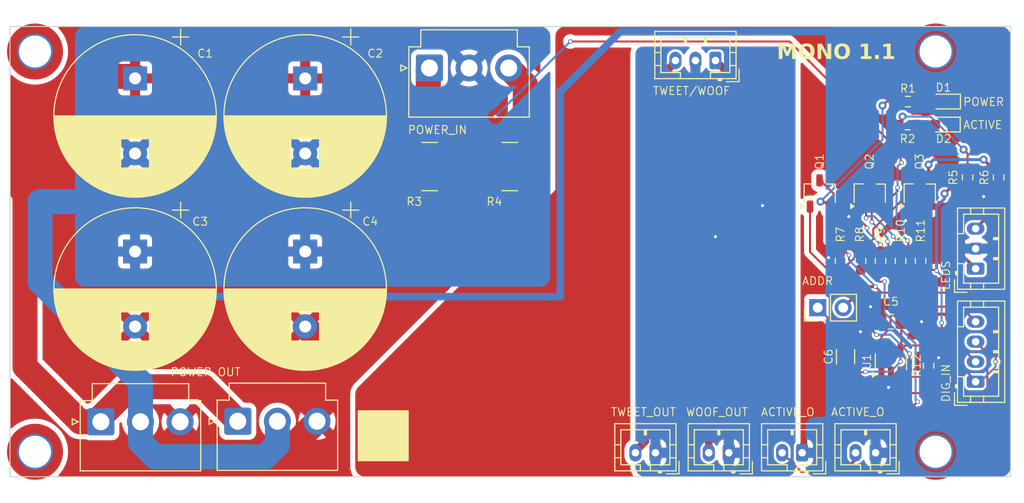
<source format=kicad_pcb>
(kicad_pcb (version 20240108) (generator "pcbnew") (generator_version "8.0")
  (layers (0 "F.Cu" signal) (31 "B.Cu" signal) (34 "B.Paste" user) (35 "F.Paste" user) (36 "B.SilkS" user "B.Silkscreen") (37 "F.SilkS" user "F.Silkscreen") (38 "B.Mask" user) (39 "F.Mask" user) (44 "Edge.Cuts" user))
  (net 0 "")
  (net 1 "VM")
  (net 2 "VP")
  (net 3 "PGND")
  (net 4 "POS")
  (net 5 "NEG")
  (net 6 "3V3")
  (net 7 "SCL")
  (net 8 "SDA")
  (net 9 "TWEETER")
  (net 10 "WOOFER")
  (net 11 "ACTIVE_IN")
  (net 12 "ACTIVE_OUT")
  (net 13 "AGND")
  (net 14 "Net-(Q1-B)")
  (net 15 "Net-(Q1-C)")
  (net 16 "Net-(Q2-B)")
  (net 17 "Net-(Q3-B)")
  (net 18 "ACTIVE_NEG")
  (net 19 "Net-(D1-A)")
  (net 20 "LED_ACTIVE")
  (net 21 "LED_STANDBY")
  (net 22 "Net-(D2-A)")
  (net 23 "Net-(J4-Pin_1)")
  (footprint "Capacitor_THT:CP_Radial_D16.0mm_P7.50mm" (layer "F.Cu") (at 98.4 95.987246 -90)
    (property "Reference" "C3" (at -2.987246 -6.5 0) (layer "F.SilkS") (effects (font (size 0.8 0.8) (thickness 0.1))))
    (property "Value" "2200u 50V")
    (pad "1" thru_hole rect (at 0 0 270) (size 2.4 2.4) (drill 1.2) (layers "*.Cu" "*.Mask") (net 3 "PGND"))
    (pad "2" thru_hole circle (at 7.5 0 270) (size 2.4 2.4) (drill 1.2) (layers "*.Cu" "*.Mask") (net 5 "NEG"))
  )
  (footprint "Connector_JST:JST_PH_B2B-PH-K_1x02_P2.00mm_Vertical" (layer "F.Cu") (at 150.4 116.1 180)
    (property "Reference" "J8" (hide yes))
    (property "Value" "Conn_01x02_Pin")
    (pad "1" thru_hole roundrect (at 0 0 180) (size 1.2 1.75) (drill 0.75) (layers "*.Cu" "*.Mask") (roundrect_rratio 0.208333) (net 13 "AGND"))
    (pad "2" thru_hole oval (at 2 0 180) (size 1.2 1.75) (drill 0.75) (layers "*.Cu" "*.Mask") (net 9 "TWEETER"))
  )
  (footprint "Capacitor_THT:CP_Radial_D16.0mm_P7.50mm" (layer "F.Cu") (at 98.4 78.687246 -90)
    (property "Reference" "C1" (at -2.487246 -7 0) (layer "F.SilkS") (effects (font (size 0.8 0.8) (thickness 0.1))))
    (property "Value" "2200u 50V")
    (pad "1" thru_hole rect (at 0 0 270) (size 2.4 2.4) (drill 1.2) (layers "*.Cu" "*.Mask") (net 4 "POS"))
    (pad "2" thru_hole circle (at 7.5 0 270) (size 2.4 2.4) (drill 1.2) (layers "*.Cu" "*.Mask") (net 3 "PGND"))
  )
  (footprint "Resistor_SMD:R_0603_1608Metric_Pad0.98x0.95mm_HandSolder" (layer "F.Cu") (at 174.9 96.9125 90)
    (property "Reference" "R10" (at 3 0 90) (layer "F.SilkS") (effects (font (size 0.8 0.8) (thickness 0.1))))
    (property "Value" "50K")
    (pad "1" smd roundrect (at -0.9125 0 90) (size 0.975 0.95) (layers "F.Cu" "F.Paste" "F.Mask") (net 5 "NEG"))
    (pad "2" smd roundrect (at 0.9125 0 90) (size 0.975 0.95) (layers "F.Cu" "F.Paste" "F.Mask") (net 16 "Net-(Q2-B)"))
  )
  (footprint "MountingHole:MountingHole_3.2mm_M3_DIN965_Pad_TopOnly" (layer "F.Cu") (at 88.4 76 90)
    (property "Reference" "H1" (hide yes))
    (property "Value" "MountingHole")
    (pad "1" thru_hole circle (at 0 0 90) (size 3.6 3.6) (drill 3.2) (layers "*.Cu" "*.Mask"))
    (pad "1" connect circle (at 0 0 90) (size 5.6 5.6) (layers "F.Cu" "F.Mask"))
  )
  (footprint "MountingHole:MountingHole_3.2mm_M3_DIN965_Pad_TopOnly" (layer "F.Cu") (at 88.4 116 90)
    (property "Reference" "H3" (hide yes))
    (property "Value" "MountingHole")
    (pad "1" thru_hole circle (at 0 0 90) (size 3.6 3.6) (drill 3.2) (layers "*.Cu" "*.Mask"))
    (pad "1" connect circle (at 0 0 90) (size 5.6 5.6) (layers "F.Cu" "F.Mask"))
  )
  (footprint "MountingHole:MountingHole_3.2mm_M3_DIN965_Pad_TopOnly" (layer "F.Cu") (at 178.4 76 90)
    (property "Reference" "H2" (hide yes))
    (property "Value" "MountingHole")
    (pad "1" thru_hole circle (at 0 0 90) (size 3.6 3.6) (drill 3.2) (layers "*.Cu" "*.Mask"))
    (pad "1" connect circle (at 0 0 90) (size 5.6 5.6) (layers "F.Cu" "F.Mask"))
  )
  (footprint "Connector_JST:JST_VH_B3P-VH-B_1x03_P3.96mm_Vertical" (layer "F.Cu") (at 108.6625 112.95)
    (property "Reference" "J6" (hide yes))
    (property "Value" "Conn_01x03_Male")
    (pad "1" thru_hole roundrect (at 0 0) (size 2.7 2.7) (drill 1.7) (layers "*.Cu" "*.Mask") (roundrect_rratio 0.092593) (net 4 "POS"))
    (pad "2" thru_hole circle (at 3.96 0) (size 2.7 2.7) (drill 1.7) (layers "*.Cu" "*.Mask") (net 3 "PGND"))
    (pad "3" thru_hole circle (at 7.92 0) (size 2.7 2.7) (drill 1.7) (layers "*.Cu" "*.Mask") (net 5 "NEG"))
  )
  (footprint "Connector_JST:JST_VH_B3P-VH-B_1x03_P3.96mm_Vertical" (layer "F.Cu") (at 94.98 113)
    (property "Reference" "J7" (hide yes))
    (property "Value" "Conn_01x03_Male")
    (pad "1" thru_hole roundrect (at 0 0) (size 2.7 2.7) (drill 1.7) (layers "*.Cu" "*.Mask") (roundrect_rratio 0.092593) (net 4 "POS"))
    (pad "2" thru_hole circle (at 3.96 0) (size 2.7 2.7) (drill 1.7) (layers "*.Cu" "*.Mask") (net 3 "PGND"))
    (pad "3" thru_hole circle (at 7.92 0) (size 2.7 2.7) (drill 1.7) (layers "*.Cu" "*.Mask") (net 5 "NEG"))
  )
  (footprint "Package_TO_SOT_SMD:TSOT-23" (layer "F.Cu") (at 166.8 90.19 90)
    (property "Reference" "Q1" (at 3.19 0 90) (layer "F.SilkS") (effects (font (size 0.8 0.8) (thickness 0.1))))
    (property "Value" "BC807")
    (pad "1" smd roundrect (at -1.31 -0.95 90) (size 1.22 0.65) (layers "F.Cu" "F.Paste" "F.Mask") (net 14 "Net-(Q1-B)"))
    (pad "2" smd roundrect (at -1.31 0.95 90) (size 1.22 0.65) (layers "F.Cu" "F.Paste" "F.Mask") (net 6 "3V3"))
    (pad "3" smd roundrect (at 1.31 0 90) (size 1.22 0.65) (layers "F.Cu" "F.Paste" "F.Mask") (net 15 "Net-(Q1-C)"))
  )
  (footprint "Connector_JST:JST_PH_B2B-PH-K_1x02_P2.00mm_Vertical" (layer "F.Cu") (at 157.733333 116.1 180)
    (property "Reference" "J9" (hide yes))
    (property "Value" "Conn_01x02_Pin")
    (pad "1" thru_hole roundrect (at 0 0 180) (size 1.2 1.75) (drill 0.75) (layers "*.Cu" "*.Mask") (roundrect_rratio 0.208333) (net 13 "AGND"))
    (pad "2" thru_hole oval (at 2 0 180) (size 1.2 1.75) (drill 0.75) (layers "*.Cu" "*.Mask") (net 10 "WOOFER"))
  )
  (footprint "Connector_JST:JST_PH_B2B-PH-K_1x02_P2.00mm_Vertical" (layer "F.Cu") (at 165.066666 116.1 180)
    (property "Reference" "J10" (hide yes))
    (property "Value" "Conn_01x02_Pin")
    (pad "1" thru_hole roundrect (at 0 0 180) (size 1.2 1.75) (drill 0.75) (layers "*.Cu" "*.Mask") (roundrect_rratio 0.208333) (net 3 "PGND"))
    (pad "2" thru_hole oval (at 2 0 180) (size 1.2 1.75) (drill 0.75) (layers "*.Cu" "*.Mask") (net 12 "ACTIVE_OUT"))
  )
  (footprint "Connector_JST:JST_PH_B3B-PH-K_1x03_P2.00mm_Vertical" (layer "F.Cu") (at 182.4 97.7 90)
    (property "Reference" "J3" (hide yes))
    (property "Value" "Conn_01x03_Pin")
    (pad "1" thru_hole roundrect (at 0 0 90) (size 1.2 1.75) (drill 0.75) (layers "*.Cu" "*.Mask") (roundrect_rratio 0.208333) (net 20 "LED_ACTIVE"))
    (pad "2" thru_hole oval (at 2 0 90) (size 1.2 1.75) (drill 0.75) (layers "*.Cu" "*.Mask") (net 3 "PGND"))
    (pad "3" thru_hole oval (at 4 0 90) (size 1.2 1.75) (drill 0.75) (layers "*.Cu" "*.Mask") (net 21 "LED_STANDBY"))
  )
  (footprint "Resistor_SMD:R_0603_1608Metric_Pad0.98x0.95mm_HandSolder" (layer "F.Cu") (at 170.9 96.9125 -90)
    (property "Reference" "R8" (at -2.619047 0.07 90) (layer "F.SilkS") (effects (font (size 0.8 0.8) (thickness 0.1))))
    (property "Value" "1K")
    (pad "1" smd roundrect (at -0.9125 0 270) (size 0.975 0.95) (layers "F.Cu" "F.Paste" "F.Mask") (net 18 "ACTIVE_NEG"))
    (pad "2" smd roundrect (at 0.9125 0 270) (size 0.975 0.95) (layers "F.Cu" "F.Paste" "F.Mask") (net 14 "Net-(Q1-B)"))
  )
  (footprint "Resistor_SMD:R_1218_3246Metric_Pad1.22x4.75mm_HandSolder" (layer "F.Cu") (at 127.8375 87.5 180)
    (property "Reference" "R3" (at 1.5375 -3.5 0) (layer "F.SilkS") (effects (font (size 0.8 0.8) (thickness 0.1))))
    (property "Value" "470m 3W")
    (pad "1" smd roundrect (at -1.5625 0 180) (size 1.225 4.75) (layers "F.Cu" "F.Paste" "F.Mask") (roundrect_rratio 0.204082) (net 2 "VP"))
    (pad "2" smd roundrect (at 1.5625 0 180) (size 1.225 4.75) (layers "F.Cu" "F.Paste" "F.Mask") (roundrect_rratio 0.204082) (net 4 "POS"))
  )
  (footprint "Connector_JST:JST_VH_B3P-VH-B_1x03_P3.96mm_Vertical" (layer "F.Cu") (at 127.8175 77.64375)
    (property "Reference" "J2" (hide yes))
    (property "Value" "Conn_01x03_Male")
    (pad "1" thru_hole roundrect (at 0 0) (size 2.7 2.7) (drill 1.7) (layers "*.Cu" "*.Mask") (roundrect_rratio 0.092593) (net 2 "VP"))
    (pad "2" thru_hole circle (at 3.96 0) (size 2.7 2.7) (drill 1.7) (layers "*.Cu" "*.Mask") (net 3 "PGND"))
    (pad "3" thru_hole circle (at 7.92 0) (size 2.7 2.7) (drill 1.7) (layers "*.Cu" "*.Mask") (net 1 "VM"))
  )
  (footprint "Capacitor_SMD:C_0805_2012Metric_Pad1.18x1.45mm_HandSolder" (layer "F.Cu") (at 173.9375 103 180)
    (property "Reference" "C5" (at 0 2 0) (layer "F.SilkS") (effects (font (size 0.8 0.8) (thickness 0.1))))
    (property "Value" "0.1u")
    (pad "1" smd roundrect (at -1.0375 0 180) (size 1.175 1.45) (layers "F.Cu" "F.Paste" "F.Mask") (roundrect_rratio 0.212766) (net 6 "3V3"))
    (pad "2" smd roundrect (at 1.0375 0 180) (size 1.175 1.45) (layers "F.Cu" "F.Paste" "F.Mask") (roundrect_rratio 0.212766) (net 3 "PGND"))
  )
  (footprint "Connector_PinHeader_2.54mm:PinHeader_1x02_P2.54mm_Vertical" (layer "F.Cu") (at 166.625 101.6 90)
    (property "Reference" "J4" (hide yes))
    (property "Value" "Conn_01x02_Pin")
    (pad "1" thru_hole rect (at 0 0 90) (size 1.7 1.7) (drill 1) (layers "*.Cu" "*.Mask") (net 23 "Net-(J4-Pin_1)"))
    (pad "2" thru_hole oval (at 0 2.54 90) (size 1.7 1.7) (drill 1) (layers "*.Cu" "*.Mask") (net 6 "3V3"))
  )
  (footprint "Package_TO_SOT_SMD:TSOT-23" (layer "F.Cu") (at 171.8 90.19 90)
    (property "Reference" "Q2" (at 3.19 0 90) (layer "F.SilkS") (effects (font (size 0.8 0.8) (thickness 0.1))))
    (property "Value" "BC817K-40")
    (pad "1" smd roundrect (at -1.31 -0.95 90) (size 1.22 0.65) (layers "F.Cu" "F.Paste" "F.Mask") (net 16 "Net-(Q2-B)"))
    (pad "2" smd roundrect (at -1.31 0.95 90) (size 1.22 0.65) (layers "F.Cu" "F.Paste" "F.Mask") (net 5 "NEG"))
    (pad "3" smd roundrect (at 1.31 0 90) (size 1.22 0.65) (layers "F.Cu" "F.Paste" "F.Mask") (net 12 "ACTIVE_OUT"))
  )
  (footprint "Capacitor_THT:CP_Radial_D16.0mm_P7.50mm" (layer "F.Cu") (at 115.4 95.987246 -90)
    (property "Reference" "C4" (at -3 -6.5 0) (layer "F.SilkS") (effects (font (size 0.8 0.8) (thickness 0.1))))
    (property "Value" "2200u 50V")
    (pad "1" thru_hole rect (at 0 0 270) (size 2.4 2.4) (drill 1.2) (layers "*.Cu" "*.Mask") (net 3 "PGND"))
    (pad "2" thru_hole circle (at 7.5 0 270) (size 2.4 2.4) (drill 1.2) (layers "*.Cu" "*.Mask") (net 5 "NEG"))
  )
  (footprint "Connector_JST:JST_PH_B3B-PH-K_1x03_P2.00mm_Vertical" (layer "F.Cu") (at 156.4 76.9 180)
    (property "Reference" "J1" (hide yes))
    (property "Value" "Conn_01x03_Pin")
    (pad "1" thru_hole roundrect (at 0 0 180) (size 1.2 1.75) (drill 0.75) (layers "*.Cu" "*.Mask") (roundrect_rratio 0.208333) (net 10 "WOOFER"))
    (pad "2" thru_hole oval (at 2 0 180) (size 1.2 1.75) (drill 0.75) (layers "*.Cu" "*.Mask") (net 13 "AGND"))
    (pad "3" thru_hole oval (at 4 0 180) (size 1.2 1.75) (drill 0.75) (layers "*.Cu" "*.Mask") (net 9 "TWEETER"))
  )
  (footprint "Connector_JST:JST_PH_B2B-PH-K_1x02_P2.00mm_Vertical" (layer "F.Cu") (at 172.4 116.1 180)
    (property "Reference" "J11" (hide yes))
    (property "Value" "Conn_01x02_Pin")
    (pad "1" thru_hole roundrect (at 0 0 180) (size 1.2 1.75) (drill 0.75) (layers "*.Cu" "*.Mask") (roundrect_rratio 0.208333) (net 3 "PGND"))
    (pad "2" thru_hole oval (at 2 0 180) (size 1.2 1.75) (drill 0.75) (layers "*.Cu" "*.Mask") (net 12 "ACTIVE_OUT"))
  )
  (footprint "LED_SMD:LED_0603_1608Metric_Pad1.05x0.95mm_HandSolder" (layer "F.Cu") (at 179.225 81 180)
    (property "Reference" "D1" (at 0.0375 1.4 0) (layer "F.SilkS") (effects (font (size 0.8 0.8) (thickness 0.1))))
    (property "Value" "BLUE")
    (pad "1" smd roundrect (at -0.875 0 180) (size 1.05 0.95) (layers "F.Cu" "F.Paste" "F.Mask") (net 3 "PGND"))
    (pad "2" smd roundrect (at 0.875 0 180) (size 1.05 0.95) (layers "F.Cu" "F.Paste" "F.Mask") (net 19 "Net-(D1-A)"))
  )
  (footprint "Resistor_SMD:R_1218_3246Metric_Pad1.22x4.75mm_HandSolder" (layer "F.Cu") (at 135.8375 87.5 180)
    (property "Reference" "R4" (at 1.5375 -3.5 0) (layer "F.SilkS") (effects (font (size 0.8 0.8) (thickness 0.1))))
    (property "Value" "470m 3W")
    (pad "1" smd roundrect (at -1.5625 0 180) (size 1.225 4.75) (layers "F.Cu" "F.Paste" "F.Mask") (roundrect_rratio 0.204082) (net 1 "VM"))
    (pad "2" smd roundrect (at 1.5625 0 180) (size 1.225 4.75) (layers "F.Cu" "F.Paste" "F.Mask") (roundrect_rratio 0.204082) (net 5 "NEG"))
  )
  (footprint "LED_SMD:LED_0603_1608Metric_Pad1.05x0.95mm_HandSolder" (layer "F.Cu") (at 179.2 83.3 180)
    (property "Reference" "D2" (at 0 -1.43 0) (layer "F.SilkS") (effects (font (size 0.8 0.8) (thickness 0.1))))
    (property "Value" "RED")
    (pad "1" smd roundrect (at -0.875 0 180) (size 1.05 0.95) (layers "F.Cu" "F.Paste" "F.Mask") (net 3 "PGND"))
    (pad "2" smd roundrect (at 0.875 0 180) (size 1.05 0.95) (layers "F.Cu" "F.Paste" "F.Mask") (net 22 "Net-(D2-A)"))
  )
  (footprint "Capacitor_THT:CP_Radial_D16.0mm_P7.50mm" (layer "F.Cu") (at 115.4 78.687246 -90)
    (property "Reference" "C2" (at -2.487246 -7 0) (layer "F.SilkS") (effects (font (size 0.8 0.8) (thickness 0.1))))
    (property "Value" "2200u 50V")
    (pad "1" thru_hole rect (at 0 0 270) (size 2.4 2.4) (drill 1.2) (layers "*.Cu" "*.Mask") (net 4 "POS"))
    (pad "2" thru_hole circle (at 7.5 0 270) (size 2.4 2.4) (drill 1.2) (layers "*.Cu" "*.Mask") (net 3 "PGND"))
  )
  (footprint "Resistor_SMD:R_0603_1608Metric_Pad0.98x0.95mm_HandSolder" (layer "F.Cu") (at 181.6 88.5875 90)
    (property "Reference" "R5" (at 0 -1.43 90) (layer "F.SilkS") (effects (font (size 0.8 0.8) (thickness 0.1))))
    (property "Value" "550R")
    (pad "1" smd roundrect (at -0.9125 0 90) (size 0.975 0.95) (layers "F.Cu" "F.Paste" "F.Mask") (net 20 "LED_ACTIVE"))
    (pad "2" smd roundrect (at 0.9125 0 90) (size 0.975 0.95) (layers "F.Cu" "F.Paste" "F.Mask") (net 11 "ACTIVE_IN"))
  )
  (footprint "Resistor_SMD:R_0603_1608Metric_Pad0.98x0.95mm_HandSolder" (layer "F.Cu") (at 172.9 96.9125 90)
    (property "Reference" "R9" (at 2.619047 0 90) (layer "F.SilkS") (effects (font (size 0.8 0.8) (thickness 0.1))))
    (property "Value" "100K")
    (pad "1" smd roundrect (at -0.9125 0 90) (size 0.975 0.95) (layers "F.Cu" "F.Paste" "F.Mask") (net 16 "Net-(Q2-B)"))
    (pad "2" smd roundrect (at 0.9125 0 90) (size 0.975 0.95) (layers "F.Cu" "F.Paste" "F.Mask") (net 15 "Net-(Q1-C)"))
  )
  (footprint "Resistor_SMD:R_0603_1608Metric_Pad0.98x0.95mm_HandSolder" (layer "F.Cu") (at 184.7 88.5875 90)
    (property "Reference" "R6" (at 0 -1.43 90) (layer "F.SilkS") (effects (font (size 0.8 0.8) (thickness 0.1))))
    (property "Value" "150R")
    (pad "1" smd roundrect (at -0.9125 0 90) (size 0.975 0.95) (layers "F.Cu" "F.Paste" "F.Mask") (net 21 "LED_STANDBY"))
    (pad "2" smd roundrect (at 0.9125 0 90) (size 0.975 0.95) (layers "F.Cu" "F.Paste" "F.Mask") (net 18 "ACTIVE_NEG"))
  )
  (footprint "Connector_JST:JST_PH_B4B-PH-K_1x04_P2.00mm_Vertical" (layer "F.Cu") (at 182.4 109 90)
    (property "Reference" "J5" (hide yes))
    (property "Value" "Conn_01x04_Pin")
    (pad "1" thru_hole roundrect (at 0 0 90) (size 1.2 1.75) (drill 0.75) (layers "*.Cu" "*.Mask") (roundrect_rratio 0.208333) (net 6 "3V3"))
    (pad "2" thru_hole oval (at 2 0 90) (size 1.2 1.75) (drill 0.75) (layers "*.Cu" "*.Mask") (net 11 "ACTIVE_IN"))
    (pad "3" thru_hole oval (at 4 0 90) (size 1.2 1.75) (drill 0.75) (layers "*.Cu" "*.Mask") (net 7 "SCL"))
    (pad "4" thru_hole oval (at 6 0 90) (size 1.2 1.75) (drill 0.75) (layers "*.Cu" "*.Mask") (net 8 "SDA"))
  )
  (footprint "Resistor_SMD:R_0603_1608Metric_Pad0.98x0.95mm_HandSolder" (layer "F.Cu") (at 175.6375 81 180)
    (property "Reference" "R1" (at 0 1.3 0) (layer "F.SilkS") (effects (font (size 0.8 0.8) (thickness 0.1))))
    (property "Value" "150R")
    (pad "1" smd roundrect (at -0.9125 0 180) (size 0.975 0.95) (layers "F.Cu" "F.Paste" "F.Mask") (net 19 "Net-(D1-A)"))
    (pad "2" smd roundrect (at 0.9125 0 180) (size 0.975 0.95) (layers "F.Cu" "F.Paste" "F.Mask") (net 6 "3V3"))
  )
  (footprint "Resistor_SMD:R_0603_1608Metric_Pad0.98x0.95mm_HandSolder" (layer "F.Cu") (at 176.9 96.9125 90)
    (property "Reference" "R11" (at 3 0 90) (layer "F.SilkS") (effects (font (size 0.8 0.8) (thickness 0.1))))
    (property "Value" "1K")
    (pad "1" smd roundrect (at -0.9125 0 90) (size 0.975 0.95) (layers "F.Cu" "F.Paste" "F.Mask") (net 11 "ACTIVE_IN"))
    (pad "2" smd roundrect (at 0.9125 0 90) (size 0.975 0.95) (layers "F.Cu" "F.Paste" "F.Mask") (net 17 "Net-(Q3-B)"))
  )
  (footprint "Resistor_SMD:R_0603_1608Metric_Pad0.98x0.95mm_HandSolder" (layer "F.Cu") (at 177.7 107.4 90)
    (property "Reference" "R12" (at 0 -1.2 90) (layer "F.SilkS") (effects (font (size 0.8 0.8) (thickness 0.1))))
    (property "Value" "4.7k")
    (pad "1" smd roundrect (at -0.9125 0 90) (size 0.975 0.95) (layers "F.Cu" "F.Paste" "F.Mask") (net 23 "Net-(J4-Pin_1)"))
    (pad "2" smd roundrect (at 0.9125 0 90) (size 0.975 0.95) (layers "F.Cu" "F.Paste" "F.Mask") (net 3 "PGND"))
  )
  (footprint "MountingHole:MountingHole_3.2mm_M3_DIN965_Pad_TopOnly" (layer "F.Cu") (at 178.4 116 90)
    (property "Reference" "H4" (hide yes))
    (property "Value" "MountingHole")
    (pad "1" thru_hole circle (at 0 0 90) (size 3.6 3.6) (drill 3.2) (layers "*.Cu" "*.Mask"))
    (pad "1" connect circle (at 0 0 90) (size 5.6 5.6) (layers "F.Cu" "F.Mask"))
  )
  (footprint "Package_TO_SOT_SMD:TSOT-23" (layer "F.Cu") (at 176.8 90.19 90)
    (property "Reference" "Q3" (at 3.19 0 90) (layer "F.SilkS") (effects (font (size 0.8 0.8) (thickness 0.1))))
    (property "Value" "BC817K-40")
    (pad "1" smd roundrect (at -1.31 -0.95 90) (size 1.22 0.65) (layers "F.Cu" "F.Paste" "F.Mask") (net 17 "Net-(Q3-B)"))
    (pad "2" smd roundrect (at -1.31 0.95 90) (size 1.22 0.65) (layers "F.Cu" "F.Paste" "F.Mask") (net 3 "PGND"))
    (pad "3" smd roundrect (at 1.31 0 90) (size 1.22 0.65) (layers "F.Cu" "F.Paste" "F.Mask") (net 18 "ACTIVE_NEG"))
  )
  (footprint "Resistor_SMD:R_0603_1608Metric_Pad0.98x0.95mm_HandSolder" (layer "F.Cu") (at 168.9 96.9125 90)
    (property "Reference" "R7" (at 2.619047 0 90) (layer "F.SilkS") (effects (font (size 0.8 0.8) (thickness 0.1))))
    (property "Value" "10k")
    (pad "1" smd roundrect (at -0.9125 0 90) (size 0.975 0.95) (layers "F.Cu" "F.Paste" "F.Mask") (net 18 "ACTIVE_NEG"))
    (pad "2" smd roundrect (at 0.9125 0 90) (size 0.975 0.95) (layers "F.Cu" "F.Paste" "F.Mask") (net 6 "3V3"))
  )
  (footprint "Capacitor_SMD:C_1206_3216Metric_Pad1.33x1.80mm_HandSolder" (layer "F.Cu") (at 169.4 106.5 90)
    (property "Reference" "C6" (at 0 -1.7 90) (layer "F.SilkS") (effects (font (size 0.8 0.8) (thickness 0.1))))
    (property "Value" "10u")
    (pad "1" smd roundrect (at -1.5625 0 90) (size 1.325 1.8) (layers "F.Cu" "F.Paste" "F.Mask") (roundrect_rratio 0.188679) (net 6 "3V3"))
    (pad "2" smd roundrect (at 1.5625 0 90) (size 1.325 1.8) (layers "F.Cu" "F.Paste" "F.Mask") (roundrect_rratio 0.188679) (net 3 "PGND"))
  )
  (footprint "Resistor_SMD:R_0603_1608Metric_Pad0.98x0.95mm_HandSolder" (layer "F.Cu") (at 175.6 83.3 180)
    (property "Reference" "R2" (at 0 -1.43 0) (layer "F.SilkS") (effects (font (size 0.8 0.8) (thickness 0.1))))
    (property "Value" "300R")
    (pad "1" smd roundrect (at -0.9125 0 180) (size 0.975 0.95) (layers "F.Cu" "F.Paste" "F.Mask") (net 22 "Net-(D2-A)"))
    (pad "2" smd roundrect (at 0.9125 0 180) (size 0.975 0.95) (layers "F.Cu" "F.Paste" "F.Mask") (net 11 "ACTIVE_IN"))
  )
  (footprint "Package_TO_SOT_SMD:SOT-23-6" (layer "F.Cu") (at 173.9375 107 90)
    (property "Reference" "U1" (at 0 -2.4 90) (layer "F.SilkS") (effects (font (size 0.8 0.8) (thickness 0.1))))
    (property "Value" "TMP100")
    (pad "1" smd roundrect (at -1.1375 -0.95 90) (size 1.325 0.6) (layers "F.Cu" "F.Paste" "F.Mask") (net 7 "SCL"))
    (pad "2" smd roundrect (at -1.1375 0 90) (size 1.325 0.6) (layers "F.Cu" "F.Paste" "F.Mask") (net 3 "PGND"))
    (pad "3" smd roundrect (at -1.1375 0.95 90) (size 1.325 0.6) (layers "F.Cu" "F.Paste" "F.Mask") (net 23 "Net-(J4-Pin_1)"))
    (pad "4" smd roundrect (at 1.1375 0.95 90) (size 1.325 0.6) (layers "F.Cu" "F.Paste" "F.Mask") (net 6 "3V3"))
    (pad "5" smd roundrect (at 1.1375 0 90) (size 1.325 0.6) (layers "F.Cu" "F.Paste" "F.Mask") (net 6 "3V3"))
    (pad "6" smd roundrect (at 1.1375 -0.95 90) (size 1.325 0.6) (layers "F.Cu" "F.Paste" "F.Mask") (net 8 "SDA"))
  )
  (gr_rect (start 120.7 111.9) (end 125.7 116.9) (stroke (width 0.1)) (fill solid) (layer "F.SilkS"))
  (gr_line (start 85.9 118.5) (end 85.9 73.5) (stroke (width 0.1)) (layer "Edge.Cuts"))
  (gr_line (start 85.9 73.5) (end 185.9 73.5) (stroke (width 0.1)) (layer "Edge.Cuts"))
  (gr_line (start 185.9 73.5) (end 185.9 118.5) (stroke (width 0.1)) (layer "Edge.Cuts"))
  (gr_line (start 185.9 118.5) (end 85.9 118.5) (stroke (width 0.1)) (layer "Edge.Cuts"))
  (gr_text "LEDS" (at 179.9 99.9 90) (layer "F.SilkS") (effects (font (size 0.8 0.8) (thickness 0.1)) (justify left bottom)))
  (gr_text "DIG_IN" (at 179.9 111.1 90) (layer "F.SilkS") (effects (font (size 0.8 0.8) (thickness 0.1)) (justify left bottom)))
  (gr_text "ACTIVE" (at 181.1 83.8 0) (layer "F.SilkS") (effects (font (size 0.8 0.8) (thickness 0.1)) (justify left bottom)))
  (gr_text "POWER" (at 181.1 81.5 0) (layer "F.SilkS") (effects (font (size 0.8 0.8) (thickness 0.1)) (justify left bottom)))
  (gr_text "WOOF_OUT" (at 153.4 112.5 0) (layer "F.SilkS") (effects (font (size 0.8 0.8) (thickness 0.1)) (justify left bottom)))
  (gr_text "ADDR" (at 165 99.4 0) (layer "F.SilkS") (effects (font (size 0.8 0.8) (thickness 0.1)) (justify left bottom)))
  (gr_text "ACTIVE_O" (at 160.9 112.5 0) (layer "F.SilkS") (effects (font (size 0.8 0.8) (thickness 0.1)) (justify left bottom)))
  (gr_text "POWER_OUT" (at 101.9 108.5 0) (layer "F.SilkS") (effects (font (size 0.8 0.8) (thickness 0.1)) (justify left bottom)))
  (gr_text "POWER_IN" (at 125.6 84.3 0) (layer "F.SilkS") (effects (font (size 0.8 0.8) (thickness 0.1)) (justify left bottom)))
  (gr_text "TWEET/WOOF" (at 150.1 80.4 0) (layer "F.SilkS") (effects (font (size 0.8 0.8) (thickness 0.1)) (justify left bottom)))
  (gr_text "MONO 1.1" (at 174.4 77 0) (layer "F.SilkS") (effects (font (size 1.5 1.5) (thickness 0.1) (bold yes)) (justify right bottom)))
  (gr_text "TWEET_OUT" (at 145.9 112.5 0) (layer "F.SilkS") (effects (font (size 0.8 0.8) (thickness 0.1)) (justify left bottom)))
  (gr_text "ACTIVE_O" (at 167.9 112.5 0) (layer "F.SilkS") (effects (font (size 0.8 0.8) (thickness 0.1)) (justify left bottom)))
  (segment (start 137.4 79.30625) (end 137.4 86.69375) (width 2.5) (layer "F.Cu") (net 1))
  (segment (start 135.7375 77.64375) (end 137.4 79.30625) (width 2.5) (layer "F.Cu") (net 1))
  (segment (start 127.8175 77.64375) (end 127.7 77.76125) (width 2.5) (layer "F.Cu") (net 2))
  (segment (start 129.4 83) (end 129.4 87.5) (width 2.5) (layer "F.Cu") (net 2))
  (segment (start 127.7 81.3) (end 129.4 83) (width 2.5) (layer "F.Cu") (net 2))
  (segment (start 127.7 77.76125) (end 127.7 81.3) (width 2.5) (layer "F.Cu") (net 2))
  (segment (start 172.9 102.5) (end 171.9 101.5) (width 0.2) (layer "F.Cu") (net 3))
  (segment (start 173.9375 109.328851) (end 173.70049 109.565861) (width 0.2) (layer "F.Cu") (net 3))
  (segment (start 177.7 106.4875) (end 178.5875 106.4875) (width 0.3) (layer "F.Cu") (net 3))
  (segment (start 173.9375 108.1375) (end 173.9375 109.328851) (width 0.2) (layer "F.Cu") (net 3))
  (segment (start 178.5875 106.4875) (end 178.7 106.6) (width 0.3) (layer "F.Cu") (net 3))
  (segment (start 169.9625 104.9375) (end 170.9 104) (width 0.2) (layer "F.Cu") (net 3))
  (via (at 170.9 104) (size 0.45) (drill 0.3) (layers "F.Cu" "B.Cu") (net 3))
  (via (at 169.725 92.5) (size 0.45) (drill 0.3) (layers "F.Cu" "B.Cu") (net 3))
  (via (at 167.7 96.6) (size 0.45) (drill 0.3) (layers "F.Cu" "B.Cu") (net 3))
  (via (at 178.7 106.6) (size 0.45) (drill 0.3) (layers "F.Cu" "B.Cu") (net 3))
  (via (at 171.9 101.5) (size 0.45) (drill 0.3) (layers "F.Cu" "B.Cu") (net 3))
  (via (at 175.4 92.9) (size 0.45) (drill 0.3) (layers "F.Cu" "B.Cu") (net 3))
  (via (at 177 103) (size 0.45) (drill 0.3) (layers "F.Cu" "B.Cu") (net 3))
  (via (at 173.70049 109.565861) (size 0.45) (drill 0.3) (layers "F.Cu" "B.Cu") (net 3))
  (via (at 183.2 90.5) (size 0.45) (drill 0.3) (layers "F.Cu" "B.Cu") (net 3))
  (segment (start 98.94 115.04) (end 98.94 113) (width 2.5) (layer "B.Cu") (net 3))
  (segment (start 111.4 116.5) (end 100.4 116.5) (width 2.5) (layer "B.Cu") (net 3))
  (segment (start 112.6225 112.95) (end 112.6225 115.2775) (width 2.5) (layer "B.Cu") (net 3))
  (segment (start 112.6225 115.2775) (end 111.4 116.5) (width 2.5) (layer "B.Cu") (net 3))
  (segment (start 88.9 91) (end 97.4 91) (width 2.5) (layer "B.Cu") (net 3))
  (segment (start 139.9 100.5) (end 92.4 100.5) (width 0.75) (layer "B.Cu") (net 3))
  (segment (start 98.94 109.04) (end 91.4 101.5) (width 2.5) (layer "B.Cu") (net 3))
  (segment (start 167.9 74) (end 146.9 74) (width 0.75) (layer "B.Cu") (net 3))
  (segment (start 140.9 80) (end 140.9 100.5) (width 0.75) (layer "B.Cu") (net 3))
  (segment (start 97.4 91) (end 97.9 90.5) (width 2.5) (layer "B.Cu") (net 3))
  (segment (start 92.4 100.5) (end 91.4 101.5) (width 0.75) (layer "B.Cu") (net 3))
  (segment (start 140.9 100.5) (end 139.9 100.5) (width 0.75) (layer "B.Cu") (net 3))
  (segment (start 98.94 113) (end 98.94 109.04) (width 2.5) (layer "B.Cu") (net 3))
  (segment (start 100.4 116.5) (end 98.94 115.04) (width 2.5) (layer "B.Cu") (net 3))
  (segment (start 88.9 99) (end 88.9 91) (width 2.5) (layer "B.Cu") (net 3))
  (segment (start 146.9 74) (end 140.9 80) (width 0.75) (layer "B.Cu") (net 3))
  (segment (start 91.4 101.5) (end 88.9 99) (width 2.5) (layer "B.Cu") (net 3))
  (segment (start 87.4 85.25) (end 87.4 107.5) (width 2.5) (layer "F.Cu") (net 4))
  (segment (start 94.312754 78.487246) (end 87.8 85) (width 2.5) (layer "F.Cu") (net 4))
  (segment (start 92.9 113) (end 94.98 113) (width 2.5) (layer "F.Cu") (net 4))
  (segment (start 98 109.5) (end 94.98 112.52) (width 2.5) (layer "F.Cu") (net 4))
  (segment (start 108.6625 112.95) (end 105.2125 109.5) (width 2.5) (layer "F.Cu") (net 4))
  (segment (start 94.98 112.52) (end 94.98 113) (width 2.5) (layer "F.Cu") (net 4))
  (segment (start 105.2125 109.5) (end 98 109.5) (width 2.5) (layer "F.Cu") (net 4))
  (segment (start 87.4 107.5) (end 92.9 113) (width 2.5) (layer "F.Cu") (net 4))
  (segment (start 98.4 78.487246) (end 94.312754 78.487246) (width 2.5) (layer "F.Cu") (net 4))
  (segment (start 104.4 116.5) (end 113.0325 116.5) (width 2.5) (layer "F.Cu") (net 5))
  (segment (start 141.9 75) (end 163.8 75) (width 0.2) (layer "F.Cu") (net 5))
  (segment (start 174.9 86.1) (end 174.9 87) (width 0.2) (layer "F.Cu") (net 5))
  (segment (start 113.0325 116.5) (end 116.5825 112.95) (width 2.5) (layer "F.Cu") (net 5))
  (segment (start 102.9 113) (end 102.9 115) (width 2.5) (layer "F.Cu") (net 5))
  (segment (start 173.05 91.5) (end 174.6 89.95) (width 0.2) (layer "F.Cu") (net 5))
  (segment (start 116.5825 112.95) (end 116.5825 104.6825) (width 2.5) (layer "F.Cu") (net 5))
  (segment (start 174.6 89.95) (end 174.6 89.6) (width 0.2) (layer "F.Cu") (net 5))
  (segment (start 174.9 87) (end 175 87.1) (width 0.2) (layer "F.Cu") (net 5))
  (segment (start 163.8 75) (end 174.9 86.1) (width 0.2) (layer "F.Cu") (net 5))
  (segment (start 175.675 94.975) (end 175.6 94.9) (width 0.2) (layer "F.Cu") (net 5))
  (segment (start 175.675 97.05) (end 175.675 94.975) (width 0.2) (layer "F.Cu") (net 5))
  (segment (start 116.5825 104.6825) (end 115.4 103.5) (width 2.5) (layer "F.Cu") (net 5))
  (segment (start 174.9 97.825) (end 175.675 97.05) (width 0.2) (layer "F.Cu") (net 5))
  (segment (start 102.9 115) (end 104.4 116.5) (width 2.5) (layer "F.Cu") (net 5))
  (via (at 175 87.1) (size 0.45) (drill 0.3) (layers "F.Cu" "B.Cu") (net 5))
  (via (at 141.9 75) (size 0.45) (drill 0.3) (layers "F.Cu" "B.Cu") (net 5))
  (via (at 134.4 82.5) (size 0.45) (drill 0.3) (layers "F.Cu" "B.Cu") (net 5))
  (via (at 175.6 94.9) (size 0.45) (drill 0.3) (layers "F.Cu" "B.Cu") (net 5))
  (via (at 174.6 89.6) (size 0.45) (drill 0.3) (layers "F.Cu" "B.Cu") (net 5))
  (segment (start 174.6 87.5) (end 174.6 89.6) (width 0.2) (layer "B.Cu") (net 5))
  (segment (start 174.6 89.6) (end 174.5 89.7) (width 0.2) (layer "B.Cu") (net 5))
  (segment (start 174.5 93.8) (end 175.6 94.9) (width 0.2) (layer "B.Cu") (net 5))
  (segment (start 174.5 89.7) (end 174.5 93.8) (width 0.2) (layer "B.Cu") (net 5))
  (segment (start 175 87.1) (end 174.6 87.5) (width 0.2) (layer "B.Cu") (net 5))
  (segment (start 134.4 82.5) (end 141.9 75) (width 0.2) (layer "B.Cu") (net 5))
  (segment (start 174.8875 106.9875) (end 174.9 107) (width 0.2) (layer "F.Cu") (net 6))
  (segment (start 171.265 99.5) (end 172.4 99.5) (width 0.3) (layer "F.Cu") (net 6))
  (segment (start 173.5 81) (end 173.1 81.4) (width 0.2) (layer "F.Cu") (net 6))
  (segment (start 184.4 102.5) (end 182 100.1) (width 0.2) (layer "F.Cu") (net 6))
  (segment (start 174.8875 105.8625) (end 174.503185 105.8625) (width 0.2) (layer "F.Cu") (net 6))
  (segment (start 178.875 105.375) (end 175.375 105.375) (width 0.2) (layer "F.Cu") (net 6))
  (segment (start 169.165 101.6) (end 171.265 99.5) (width 0.3) (layer "F.Cu") (net 6))
  (segment (start 184.4 107) (end 184.4 102.5) (width 0.2) (layer "F.Cu") (net 6))
  (segment (start 174.975 103) (end 174.975 105.775) (width 0.2) (layer "F.Cu") (net 6))
  (segment (start 169.4 108.0625) (end 171.3375 108.0625) (width 0.2) (layer "F.Cu") (net 6))
  (segment (start 167.75 91.5) (end 167.75 94.85) (width 0.2) (layer "F.Cu") (net 6))
  (segment (start 173 100.1) (end 172.4 99.5) (width 0.2) (layer "F.Cu") (net 6))
  (segment (start 168.9 96) (end 169.4 96) (width 0.2) (layer "F.Cu") (net 6))
  (segment (start 167.25 91) (end 167.75 91.5) (width 0.2) (layer "F.Cu") (net 6))
  (segment (start 182.4 108.9) (end 178.875 105.375) (width 0.2) (layer "F.Cu") (net 6))
  (segment (start 174.503185 105.8625) (end 174.220342 105.579657) (width 0.2) (layer "F.Cu") (net 6))
  (segment (start 175.375 105.375) (end 174.8875 105.8625) (width 0.2) (layer "F.Cu") (net 6))
  (segment (start 182 100.1) (end 173 100.1) (width 0.2) (layer "F.Cu") (net 6))
  (segment (start 171.3375 108.0625) (end 171.4 108) (width 0.2) (layer "F.Cu") (net 6))
  (segment (start 167.75 94.85) (end 168.9 96) (width 0.2) (layer "F.Cu") (net 6))
  (segment (start 174.8875 105.8625) (end 174.8875 106.9875) (width 0.2) (layer "F.Cu") (net 6))
  (segment (start 174.725 81) (end 173.5 81) (width 0.2) (layer "F.Cu") (net 6))
  (segment (start 166.9 91) (end 167.25 91) (width 0.2) (layer "F.Cu") (net 6))
  (segment (start 169.4 96) (end 169.743413 96.343413) (width 0.2) (layer "F.Cu") (net 6))
  (via (at 172.4 99.5) (size 0.45) (drill 0.3) (layers "F.Cu" "B.Cu") (net 6))
  (via (at 173.1 81.4) (size 0.8) (drill 0.4) (layers "F.Cu" "B.Cu") (net 6))
  (via (at 166.9 91) (size 0.8) (drill 0.4) (layers "F.Cu" "B.Cu") (net 6))
  (via (at 171.4 108) (size 0.45) (drill 0.3) (layers "F.Cu" "B.Cu") (net 6))
  (via (at 169.743413 96.343413) (size 0.45) (drill 0.3) (layers "F.Cu" "B.Cu") (net 6))
  (via (at 174.9 107) (size 0.45) (drill 0.3) (layers "F.Cu" "B.Cu") (net 6))
  (via (at 184.4 107) (size 0.45) (drill 0.3) (layers "F.Cu" "B.Cu") (net 6))
  (segment (start 169.743413 96.843413) (end 169.743413 96.343413) (width 0.2) (layer "B.Cu") (net 6))
  (segment (start 171.4 108) (end 173.9 108) (width 0.2) (layer "B.Cu") (net 6))
  (segment (start 172.4 99.5) (end 169.743413 96.843413) (width 0.2) (layer "B.Cu") (net 6))
  (segment (start 166.9 91) (end 173.1 84.8) (width 0.2) (layer "B.Cu") (net 6))
  (segment (start 182.9 109) (end 184.4 107.5) (width 0.2) (layer "B.Cu") (net 6))
  (segment (start 173.1 84.8) (end 173.1 81.4) (width 0.2) (layer "B.Cu") (net 6))
  (segment (start 184.4 107.5) (end 184.4 107) (width 0.2) (layer "B.Cu") (net 6))
  (segment (start 173.9 108) (end 174.9 107) (width 0.2) (layer "B.Cu") (net 6))
  (segment (start 183.575 106.175) (end 183.575 109.584744) (width 0.2) (layer "F.Cu") (net 7))
  (segment (start 183.018883 110.140861) (end 173.12549 110.140861) (width 0.2) (layer "F.Cu") (net 7))
  (segment (start 172.9875 110.002871) (end 172.9875 108.1375) (width 0.2) (layer "F.Cu") (net 7))
  (segment (start 182.4 105) (end 183.575 106.175) (width 0.2) (layer "F.Cu") (net 7))
  (segment (start 183.575 109.584744) (end 183.018883 110.140861) (width 0.2) (layer "F.Cu") (net 7))
  (segment (start 173.12549 110.140861) (end 172.9875 110.002871) (width 0.2) (layer "F.Cu") (net 7))
  (segment (start 172.9875 104.509744) (end 173.9 103.597244) (width 0.2) (layer "F.Cu") (net 8))
  (segment (start 173.9 103.597244) (end 173.9 102.477756) (width 0.2) (layer "F.Cu") (net 8))
  (segment (start 174.877756 101.5) (end 180.9 101.5) (width 0.2) (layer "F.Cu") (net 8))
  (segment (start 180.9 101.5) (end 182.4 103) (width 0.2) (layer "F.Cu") (net 8))
  (segment (start 173.9 102.477756) (end 174.877756 101.5) (width 0.2) (layer "F.Cu") (net 8))
  (segment (start 172.9875 105.8625) (end 172.9875 104.509744) (width 0.2) (layer "F.Cu") (net 8))
  (segment (start 149.4 114.951346) (end 148.4 115.951346) (width 0.75) (layer "F.Cu") (net 9))
  (segment (start 152.4 77.05) (end 149.4 80.05) (width 0.75) (layer "F.Cu") (net 9))
  (segment (start 148.4 115.951346) (end 148.4 116.1) (width 0.75) (layer "F.Cu") (net 9))
  (segment (start 149.4 80.05) (end 149.4 114.951346) (width 0.75) (layer "F.Cu") (net 9))
  (segment (start 155.733333 114.666667) (end 155.733333 116.1) (width 0.75) (layer "F.Cu") (net 10))
  (segment (start 158.4 112) (end 155.733333 114.666667) (width 0.75) (layer "F.Cu") (net 10))
  (segment (start 156.4 76.9) (end 158.4 78.9) (width 0.75) (layer "F.Cu") (net 10))
  (segment (start 158.4 78.9) (end 158.4 112) (width 0.75) (layer "F.Cu") (net 10))
  (segment (start 181.6 87.675) (end 181.6 86.2) (width 0.2) (layer "F.Cu") (net 11))
  (segment (start 176.9 97.825) (end 178.424994 97.825) (width 0.2) (layer "F.Cu") (net 11))
  (segment (start 175.1 82.8875) (end 174.6875 83.3) (width 0.2) (layer "F.Cu") (net 11))
  (segment (start 179 103.6) (end 179 103.1) (width 0.2) (layer "F.Cu") (net 11))
  (segment (start 181.6 86.2) (end 181.2 85.8) (width 0.2) (layer "F.Cu") (net 11))
  (segment (start 182.4 107) (end 179 103.6) (width 0.2) (layer "F.Cu") (net 11))
  (segment (start 178.424994 97.825) (end 178.5 97.900006) (width 0.2) (layer "F.Cu") (net 11))
  (segment (start 181.6 87.9) (end 179.3 90.2) (width 0.3) (layer "F.Cu") (net 11))
  (segment (start 175.1 82.5) (end 175.1 82.8875) (width 0.2) (layer "F.Cu") (net 11))
  (via (at 181.2 85.8) (size 0.8) (drill 0.4) (layers "F.Cu" "B.Cu") (net 11))
  (via (at 179 103.1) (size 0.45) (drill 0.3) (layers "F.Cu" "B.Cu") (net 11))
  (via (at 179.3 90.2) (size 0.8) (drill 0.4) (layers "F.Cu" "B.Cu") (net 11))
  (via (at 178.5 97.900006) (size 0.45) (drill 0.3) (layers "F.Cu" "B.Cu") (net 11))
  (via (at 175.1 82.5) (size 0.8) (drill 0.4) (layers "F.Cu" "B.Cu") (net 11))
  (segment (start 178.5 91.5) (end 178.5 97.900006) (width 0.3) (layer "B.Cu") (net 11))
  (segment (start 179 98.400006) (end 178.5 97.900006) (width 0.2) (layer "B.Cu") (net 11))
  (segment (start 181.2 85.8) (end 177.9 82.5) (width 0.2) (layer "B.Cu") (net 11))
  (segment (start 179.3 90.7) (end 178.5 91.5) (width 0.3) (layer "B.Cu") (net 11))
  (segment (start 179.3 90.2) (end 179.3 90.7) (width 0.3) (layer "B.Cu") (net 11))
  (segment (start 177.9 82.5) (end 175.1 82.5) (width 0.2) (layer "B.Cu") (net 11))
  (segment (start 179 103.1) (end 179 98.400006) (width 0.2) (layer "B.Cu") (net 11))
  (segment (start 172.433278 97.0375) (end 173.116722 97.0375) (width 0.2) (layer "F.Cu") (net 12))
  (segment (start 173.116722 97.0375) (end 173.675 96.479222) (width 0.2) (layer "F.Cu") (net 12))
  (segment (start 172.020764 89.710763) (end 172.020764 93.04057) (width 0.2) (layer "F.Cu") (net 12))
  (segment (start 174.9 118) (end 169.175 118) (width 0.2) (layer "F.Cu") (net 12))
  (segment (start 176.6 111) (end 174.9 112.7) (width 0.2) (layer "F.Cu") (net 12))
  (segment (start 173.675 95.064898) (end 173.599831 94.989729) (width 0.2) (layer "F.Cu") (net 12))
  (segment (start 172.125 97.345778) (end 172.433278 97.0375) (width 0.2) (layer "F.Cu") (net 12))
  (segment (start 170.4 116.1) (end 170.4 116.775) (width 0.3) (layer "F.Cu") (net 12))
  (segment (start 169.9 117.275) (end 169.175 118) (width 0.2) (layer "F.Cu") (net 12))
  (segment (start 171.8 89.489999) (end 172.020764 89.710763) (width 0.2) (layer "F.Cu") (net 12))
  (segment (start 164.966666 118) (end 163.066666 116.1) (width 0.2) (layer "F.Cu") (net 12))
  (segment (start 169.175 118) (end 164.966666 118) (width 0.2) (layer "F.Cu") (net 12))
  (segment (start 173.675 96.479222) (end 173.675 95.064898) (width 0.2) (layer "F.Cu") (net 12))
  (segment (start 170.4 116.775) (end 169.9 117.275) (width 0.3) (layer "F.Cu") (net 12))
  (segment (start 172.125 98.304222) (end 172.125 97.345778) (width 0.2) (layer "F.Cu") (net 12))
  (segment (start 172.06 89.14) (end 171.8 88.88) (width 0.2) (layer "F.Cu") (net 12))
  (segment (start 171.8 88.88) (end 171.8 89.489999) (width 0.2) (layer "F.Cu") (net 12))
  (segment (start 173.3 99) (end 172.820778 99) (width 0.2) (layer "F.Cu") (net 12))
  (segment (start 172.820778 99) (end 172.125 98.304222) (width 0.2) (layer "F.Cu") (net 12))
  (segment (start 174.9 112.7) (end 174.9 118) (width 0.2) (layer "F.Cu") (net 12))
  (via (at 172.020764 93.04057) (size 0.45) (drill 0.3) (layers "F.Cu" "B.Cu") (net 12))
  (via (at 173.3 99) (size 0.45) (drill 0.3) (layers "F.Cu" "B.Cu") (net 12))
  (via (at 176.6 111) (size 0.45) (drill 0.3) (layers "F.Cu" "B.Cu") (net 12))
  (via (at 173.599831 94.989729) (size 0.45) (drill 0.3) (layers "F.Cu" "B.Cu") (net 12))
  (segment (start 173.599831 94.619637) (end 172.020764 93.04057) (width 0.2) (layer "B.Cu") (net 12))
  (segment (start 173.3 99) (end 173.3 102.1) (width 0.2) (layer "B.Cu") (net 12))
  (segment (start 173.3 102.1) (end 176.4 105.2) (width 0.2) (layer "B.Cu") (net 12))
  (segment (start 176.4 110.8) (end 176.6 111) (width 0.2) (layer "B.Cu") (net 12))
  (segment (start 173.599831 94.989729) (end 173.599831 94.619637) (width 0.2) (layer "B.Cu") (net 12))
  (segment (start 176.4 105.2) (end 176.4 110.8) (width 0.2) (layer "B.Cu") (net 12))
  (via (at 156.4 94.5) (size 0.45) (drill 0.3) (layers "F.Cu" "B.Cu") (net 13))
  (via (at 161.1 91.4) (size 0.45) (drill 0.3) (layers "F.Cu" "B.Cu") (net 13))
  (segment (start 170.025 98.7) (end 170.9 97.825) (width 0.2) (layer "F.Cu") (net 14))
  (segment (start 168.520778 98.7) (end 170.025 98.7) (width 0.2) (layer "F.Cu") (net 14))
  (segment (start 165.85 96.029222) (end 168.520778 98.7) (width 0.2) (layer "F.Cu") (net 14))
  (segment (start 165.85 91.5) (end 165.85 96.029222) (width 0.2) (layer "F.Cu") (net 14))
  (segment (start 167.1 89.1) (end 171.543415 93.543415) (width 0.2) (layer "F.Cu") (net 15))
  (segment (start 172.9 96) (end 172.9 95.3) (width 0.2) (layer "F.Cu") (net 15))
  (segment (start 167.1 88.88) (end 167.1 89.1) (width 0.2) (layer "F.Cu") (net 15))
  (segment (start 171.543415 93.543415) (end 171.543415 93.643412) (width 0.2) (layer "F.Cu") (net 15))
  (via (at 171.543415 93.643412) (size 0.45) (drill 0.3) (layers "F.Cu" "B.Cu") (net 15))
  (via (at 172.9 95.3) (size 0.45) (drill 0.3) (layers "F.Cu" "B.Cu") (net 15))
  (segment (start 171.543415 93.943415) (end 172.9 95.3) (width 0.2) (layer "B.Cu") (net 15))
  (segment (start 171.543415 93.643412) (end 171.543415 93.943415) (width 0.2) (layer "B.Cu") (net 15))
  (segment (start 173.075 97.825) (end 174.9 96) (width 0.2) (layer "F.Cu") (net 16))
  (segment (start 171.45594 92.10594) (end 171.45594 92.642767) (width 0.2) (layer "F.Cu") (net 16))
  (segment (start 170.85 91.5) (end 171.45594 92.10594) (width 0.2) (layer "F.Cu") (net 16))
  (segment (start 174.9 96) (end 174.9 95.226818) (width 0.2) (layer "F.Cu") (net 16))
  (segment (start 174.9 95.226818) (end 174.159056 94.485874) (width 0.2) (layer "F.Cu") (net 16))
  (via (at 171.45594 92.642767) (size 0.45) (drill 0.3) (layers "F.Cu" "B.Cu") (net 16))
  (via (at 174.159056 94.485874) (size 0.45) (drill 0.3) (layers "F.Cu" "B.Cu") (net 16))
  (segment (start 172.258937 92.46557) (end 174.159056 94.365689) (width 0.2) (layer "B.Cu") (net 16))
  (segment (start 174.159056 94.365689) (end 174.159056 94.485874) (width 0.2) (layer "B.Cu") (net 16))
  (segment (start 171.633137 92.46557) (end 172.258937 92.46557) (width 0.2) (layer "B.Cu") (net 16))
  (segment (start 171.45594 92.642767) (end 171.633137 92.46557) (width 0.2) (layer "B.Cu") (net 16))
  (segment (start 176.9 92.55) (end 176.9 96) (width 0.2) (layer "F.Cu") (net 17))
  (segment (start 175.85 91.5) (end 176.9 92.55) (width 0.2) (layer "F.Cu") (net 17))
  (segment (start 177.7 87.3) (end 177.7 87.98) (width 0.3) (layer "F.Cu") (net 18))
  (segment (start 184.7 87.675) (end 184.075 87.675) (width 0.3) (layer "F.Cu") (net 18))
  (segment (start 169.075 97.825) (end 170.9 96) (width 0.2) (layer "F.Cu") (net 18))
  (segment (start 170.9 96) (end 172.175 94.725) (width 0.2) (layer "F.Cu") (net 18))
  (segment (start 172.175 93.725) (end 176.618576 89.281424) (width 0.2) (layer "F.Cu") (net 18))
  (segment (start 184.075 87.675) (end 183.2 86.8) (width 0.3) (layer "F.Cu") (net 18))
  (segment (start 172.175 94.725) (end 172.175 93.725) (width 0.2) (layer "F.Cu") (net 18))
  (segment (start 177.7 87.98) (end 176.8 88.88) (width 0.3) (layer "F.Cu") (net 18))
  (via (at 183.2 86.8) (size 0.8) (drill 0.4) (layers "F.Cu" "B.Cu") (net 18))
  (via (at 177.7 87.3) (size 0.8) (drill 0.4) (layers "F.Cu" "B.Cu") (net 18))
  (segment (start 183.2 86.8) (end 178.2 86.8) (width 0.3) (layer "B.Cu") (net 18))
  (segment (start 178.2 86.8) (end 177.7 87.3) (width 0.3) (layer "B.Cu") (net 18))
  (segment (start 176.55 81) (end 178.2875 81) (width 0.2) (layer "F.Cu") (net 19))
  (segment (start 181.175 89.925) (end 181.175 96.475) (width 0.3) (layer "F.Cu") (net 20))
  (segment (start 181.6 89.5) (end 181.175 89.925) (width 0.3) (layer "F.Cu") (net 20))
  (segment (start 181.175 96.475) (end 182.4 97.7) (width 0.3) (layer "F.Cu") (net 20))
  (segment (start 184.7 91.4) (end 182.4 93.7) (width 0.3) (layer "F.Cu") (net 21))
  (segment (start 184.7 89.5) (end 184.7 91.4) (width 0.3) (layer "F.Cu") (net 21))
  (segment (start 178.325 83.3) (end 176.5125 83.3) (width 0.2) (layer "F.Cu") (net 22))
  (segment (start 175.8 107.225) (end 175.8 106.2) (width 0.2) (layer "F.Cu") (net 23))
  (segment (start 167.775 102.75) (end 166.625 101.6) (width 0.2) (layer "F.Cu") (net 23))
  (segment (start 170.95 102.75) (end 167.775 102.75) (width 0.2) (layer "F.Cu") (net 23))
  (segment (start 172.5 104.3) (end 170.95 102.75) (width 0.2) (layer "F.Cu") (net 23))
  (segment (start 174.8875 108.1375) (end 175.8 107.225) (width 0.2) (layer "F.Cu") (net 23))
  (segment (start 175.25 108.5) (end 177.4375 108.5) (width 0.2) (layer "F.Cu") (net 23))
  (segment (start 174.8875 108.1375) (end 175.25 108.5) (width 0.2) (layer "F.Cu") (net 23))
  (via (at 172.5 104.3) (size 0.45) (drill 0.3) (layers "F.Cu" "B.Cu") (net 23))
  (via (at 175.8 106.2) (size 0.45) (drill 0.3) (layers "F.Cu" "B.Cu") (net 23))
  (segment (start 173.9 104.3) (end 172.5 104.3) (width 0.2) (layer "B.Cu") (net 23))
  (segment (start 175.8 106.2) (end 173.9 104.3) (width 0.2) (layer "B.Cu") (net 23))
  (zone (net 3) (net_name "PGND") (layer "F.Cu") (priority 5) (connect_pads (clearance 0.5)) (min_thickness 0.25) (fill yes (thermal_gap 0.5) (thermal_bridge_width 1) (smoothing fillet) (radius 1))
    (polygon (pts (xy 140.4 72.5) (xy 179.4 72.5) (xy 179.4 72.7) (xy 186.9 72.7) (xy 186.9 111.5) (xy 186.4 112) (xy 186.3 112) (xy 186.3 119.4) (xy 179.4 119.5) (xy 120.4 119.5) (xy 120.4 109.835806) (xy 140.4 89.835806)))
  )
  (zone (net 5) (net_name "NEG") (layer "F.Cu") (priority 2) (connect_pads (clearance 0.5)) (min_thickness 0.25) (fill yes (thermal_gap 0.5) (thermal_bridge_width 1) (smoothing fillet) (radius 1))
    (polygon (pts (xy 130.9 91.5) (xy 86.9 91.5) (xy 84.9 89.5) (xy 84.9 120.2) (xy 108.9 120.2) (xy 122.5 120.2) (xy 138.9 90.269851) (xy 138.9 72.5) (xy 132.4 72.5) (xy 130.9 72.5)))
  )
  (zone (net 4) (net_name "POS") (layer "F.Cu") (priority 1) (connect_pads (clearance 0.5)) (min_thickness 0.25) (fill yes (thermal_gap 0.5) (thermal_bridge_width 1) (smoothing fillet) (radius 1))
    (polygon (pts (xy 130.9 73.5) (xy 130.9 91.5) (xy 86.9 91.5) (xy 84.9 89.5) (xy 84.9 80) (xy 85.3 80) (xy 85.3 73) (xy 122.9 73)))
  )
  (zone (net 13) (net_name "AGND") (layers "F&B.Cu") (priority 10) (connect_pads (clearance 0.25)) (min_thickness 0.25) (fill yes (thermal_gap 0.5) (thermal_bridge_width 1) (smoothing fillet) (radius 1))
    (polygon (pts (xy 164.4 119) (xy 164.4 75.5) (xy 149.9 75.5) (xy 148.4 75.5) (xy 148.4 120.5) (xy 162.9 120.5)))
  )
  (zone (net 3) (net_name "PGND") (layer "B.Cu") (connect_pads (clearance 0.5)) (min_thickness 0.25) (fill yes (thermal_gap 0.5) (thermal_bridge_width 1) (smoothing fillet) (radius 1))
    (polygon (pts (xy 139.9 99.5) (xy 92.4 99.5) (xy 92.4 73) (xy 139.9 73)))
  )
  (zone (net 3) (net_name "PGND") (layer "B.Cu") (priority 3) (connect_pads (clearance 0.25)) (min_thickness 0.25) (fill yes (thermal_gap 0.5) (thermal_bridge_width 1) (smoothing fillet) (radius 1))
    (polygon (pts (xy 187.2 73.5) (xy 187.2 79.5) (xy 186.9 79.5) (xy 186.9 112) (xy 187 112) (xy 187 119.7) (xy 178.9 119) (xy 165.4 119) (xy 165.4 112.5) (xy 167.4 112.5) (xy 167.4 89.949993) (xy 167.4 73.5)))
  )
)
</source>
